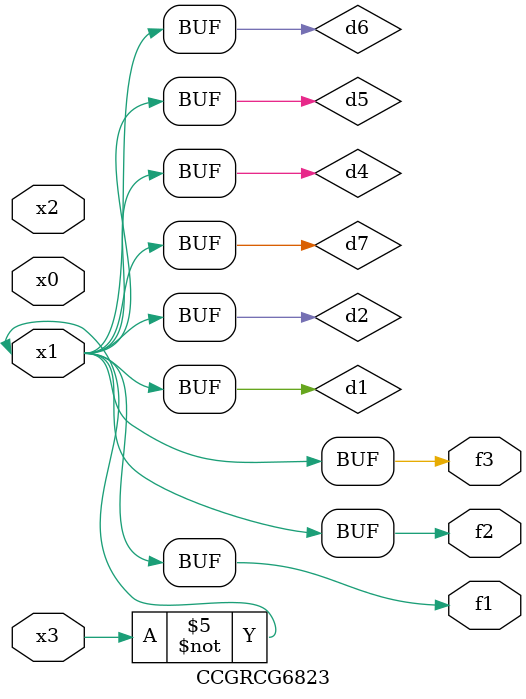
<source format=v>
module CCGRCG6823(
	input x0, x1, x2, x3,
	output f1, f2, f3
);

	wire d1, d2, d3, d4, d5, d6, d7;

	not (d1, x3);
	buf (d2, x1);
	xnor (d3, d1, d2);
	nor (d4, d1);
	buf (d5, d1, d2);
	buf (d6, d4, d5);
	nand (d7, d4);
	assign f1 = d6;
	assign f2 = d7;
	assign f3 = d6;
endmodule

</source>
